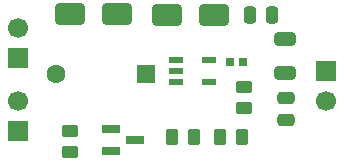
<source format=gbr>
%TF.GenerationSoftware,KiCad,Pcbnew,9.0.6*%
%TF.CreationDate,2026-01-10T22:29:01+00:00*%
%TF.ProjectId,Tiny_Solar_Power_Supply002,54696e79-5f53-46f6-9c61-725f506f7765,rev?*%
%TF.SameCoordinates,Original*%
%TF.FileFunction,Soldermask,Top*%
%TF.FilePolarity,Negative*%
%FSLAX46Y46*%
G04 Gerber Fmt 4.6, Leading zero omitted, Abs format (unit mm)*
G04 Created by KiCad (PCBNEW 9.0.6) date 2026-01-10 22:29:01*
%MOMM*%
%LPD*%
G01*
G04 APERTURE LIST*
G04 Aperture macros list*
%AMRoundRect*
0 Rectangle with rounded corners*
0 $1 Rounding radius*
0 $2 $3 $4 $5 $6 $7 $8 $9 X,Y pos of 4 corners*
0 Add a 4 corners polygon primitive as box body*
4,1,4,$2,$3,$4,$5,$6,$7,$8,$9,$2,$3,0*
0 Add four circle primitives for the rounded corners*
1,1,$1+$1,$2,$3*
1,1,$1+$1,$4,$5*
1,1,$1+$1,$6,$7*
1,1,$1+$1,$8,$9*
0 Add four rect primitives between the rounded corners*
20,1,$1+$1,$2,$3,$4,$5,0*
20,1,$1+$1,$4,$5,$6,$7,0*
20,1,$1+$1,$6,$7,$8,$9,0*
20,1,$1+$1,$8,$9,$2,$3,0*%
G04 Aperture macros list end*
%ADD10R,1.181100X0.558800*%
%ADD11R,0.660400X0.711200*%
%ADD12RoundRect,0.250000X-1.000000X-0.650000X1.000000X-0.650000X1.000000X0.650000X-1.000000X0.650000X0*%
%ADD13RoundRect,0.250000X0.650000X-0.325000X0.650000X0.325000X-0.650000X0.325000X-0.650000X-0.325000X0*%
%ADD14RoundRect,0.250000X-0.262500X-0.450000X0.262500X-0.450000X0.262500X0.450000X-0.262500X0.450000X0*%
%ADD15RoundRect,0.250000X0.475000X-0.250000X0.475000X0.250000X-0.475000X0.250000X-0.475000X-0.250000X0*%
%ADD16RoundRect,0.250000X0.262500X0.450000X-0.262500X0.450000X-0.262500X-0.450000X0.262500X-0.450000X0*%
%ADD17R,1.700000X1.700000*%
%ADD18C,1.700000*%
%ADD19RoundRect,0.070000X-0.650000X-0.300000X0.650000X-0.300000X0.650000X0.300000X-0.650000X0.300000X0*%
%ADD20RoundRect,0.250000X0.550000X0.550000X-0.550000X0.550000X-0.550000X-0.550000X0.550000X-0.550000X0*%
%ADD21C,1.600000*%
%ADD22RoundRect,0.250000X-0.450000X0.262500X-0.450000X-0.262500X0.450000X-0.262500X0.450000X0.262500X0*%
%ADD23RoundRect,0.250000X1.000000X0.650000X-1.000000X0.650000X-1.000000X-0.650000X1.000000X-0.650000X0*%
%ADD24RoundRect,0.250000X0.250000X0.475000X-0.250000X0.475000X-0.250000X-0.475000X0.250000X-0.475000X0*%
G04 APERTURE END LIST*
D10*
%TO.C,U1*%
X128809750Y-96799999D03*
X128809750Y-97750000D03*
X128809750Y-98700001D03*
X131540250Y-98700001D03*
X131540250Y-96799999D03*
%TD*%
D11*
%TO.C,L1*%
X133328500Y-96975000D03*
X134471500Y-96975000D03*
%TD*%
D12*
%TO.C,D1*%
X128000000Y-93000000D03*
X132000000Y-93000000D03*
%TD*%
D13*
%TO.C,C2*%
X138000000Y-97975000D03*
X138000000Y-95025000D03*
%TD*%
D14*
%TO.C,R3*%
X128462500Y-103375000D03*
X130287500Y-103375000D03*
%TD*%
D15*
%TO.C,C3*%
X138100000Y-101950000D03*
X138100000Y-100050000D03*
%TD*%
D16*
%TO.C,R2*%
X134362500Y-103350000D03*
X132537500Y-103350000D03*
%TD*%
D17*
%TO.C,J1*%
X141500000Y-97790000D03*
D18*
X141500000Y-100330000D03*
%TD*%
D17*
%TO.C,J2*%
X115425000Y-102850000D03*
D18*
X115425000Y-100310000D03*
%TD*%
D19*
%TO.C,Q1*%
X123250000Y-102650000D03*
X123250000Y-104550000D03*
X125350000Y-103600000D03*
%TD*%
D20*
%TO.C,J3*%
X126275000Y-98025000D03*
D21*
X118655000Y-98025000D03*
%TD*%
D22*
%TO.C,R4*%
X119775000Y-102812500D03*
X119775000Y-104637500D03*
%TD*%
D23*
%TO.C,D2*%
X123807500Y-92980000D03*
X119807500Y-92980000D03*
%TD*%
D22*
%TO.C,R1*%
X134500000Y-99087500D03*
X134500000Y-100912500D03*
%TD*%
D24*
%TO.C,C1*%
X136950000Y-93000000D03*
X135050000Y-93000000D03*
%TD*%
D17*
%TO.C,J4*%
X115425000Y-96675000D03*
D18*
X115425000Y-94135000D03*
%TD*%
M02*

</source>
